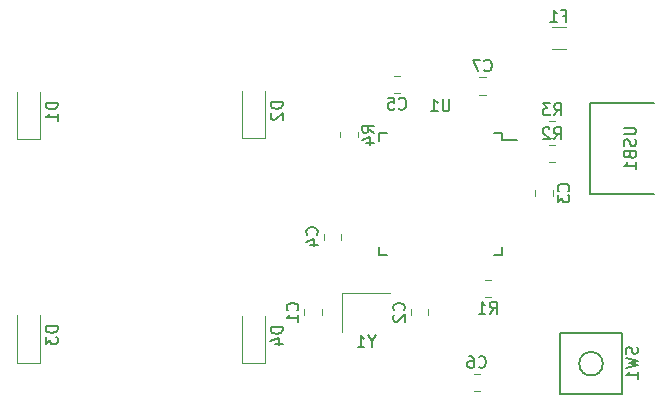
<source format=gbr>
%TF.GenerationSoftware,KiCad,Pcbnew,7.0.8*%
%TF.CreationDate,2023-10-09T20:52:53+02:00*%
%TF.ProjectId,keyboard,6b657962-6f61-4726-942e-6b696361645f,rev?*%
%TF.SameCoordinates,Original*%
%TF.FileFunction,Legend,Bot*%
%TF.FilePolarity,Positive*%
%FSLAX46Y46*%
G04 Gerber Fmt 4.6, Leading zero omitted, Abs format (unit mm)*
G04 Created by KiCad (PCBNEW 7.0.8) date 2023-10-09 20:52:53*
%MOMM*%
%LPD*%
G01*
G04 APERTURE LIST*
%ADD10C,0.150000*%
%ADD11C,0.120000*%
G04 APERTURE END LIST*
D10*
X149698440Y-84623878D02*
X149698440Y-85100069D01*
X150031773Y-84100069D02*
X149698440Y-84623878D01*
X149698440Y-84623878D02*
X149365107Y-84100069D01*
X148507964Y-85100069D02*
X149079392Y-85100069D01*
X148793678Y-85100069D02*
X148793678Y-84100069D01*
X148793678Y-84100069D02*
X148888916Y-84242926D01*
X148888916Y-84242926D02*
X148984154Y-84338164D01*
X148984154Y-84338164D02*
X149079392Y-84385783D01*
X143413830Y-82001583D02*
X143461450Y-81953964D01*
X143461450Y-81953964D02*
X143509069Y-81811107D01*
X143509069Y-81811107D02*
X143509069Y-81715869D01*
X143509069Y-81715869D02*
X143461450Y-81573012D01*
X143461450Y-81573012D02*
X143366211Y-81477774D01*
X143366211Y-81477774D02*
X143270973Y-81430155D01*
X143270973Y-81430155D02*
X143080497Y-81382536D01*
X143080497Y-81382536D02*
X142937640Y-81382536D01*
X142937640Y-81382536D02*
X142747164Y-81430155D01*
X142747164Y-81430155D02*
X142651926Y-81477774D01*
X142651926Y-81477774D02*
X142556688Y-81573012D01*
X142556688Y-81573012D02*
X142509069Y-81715869D01*
X142509069Y-81715869D02*
X142509069Y-81811107D01*
X142509069Y-81811107D02*
X142556688Y-81953964D01*
X142556688Y-81953964D02*
X142604307Y-82001583D01*
X143509069Y-82953964D02*
X143509069Y-82382536D01*
X143509069Y-82668250D02*
X142509069Y-82668250D01*
X142509069Y-82668250D02*
X142651926Y-82573012D01*
X142651926Y-82573012D02*
X142747164Y-82477774D01*
X142747164Y-82477774D02*
X142794783Y-82382536D01*
X165147916Y-65479819D02*
X165481249Y-65003628D01*
X165719344Y-65479819D02*
X165719344Y-64479819D01*
X165719344Y-64479819D02*
X165338392Y-64479819D01*
X165338392Y-64479819D02*
X165243154Y-64527438D01*
X165243154Y-64527438D02*
X165195535Y-64575057D01*
X165195535Y-64575057D02*
X165147916Y-64670295D01*
X165147916Y-64670295D02*
X165147916Y-64813152D01*
X165147916Y-64813152D02*
X165195535Y-64908390D01*
X165195535Y-64908390D02*
X165243154Y-64956009D01*
X165243154Y-64956009D02*
X165338392Y-65003628D01*
X165338392Y-65003628D02*
X165719344Y-65003628D01*
X164814582Y-64479819D02*
X164195535Y-64479819D01*
X164195535Y-64479819D02*
X164528868Y-64860771D01*
X164528868Y-64860771D02*
X164386011Y-64860771D01*
X164386011Y-64860771D02*
X164290773Y-64908390D01*
X164290773Y-64908390D02*
X164243154Y-64956009D01*
X164243154Y-64956009D02*
X164195535Y-65051247D01*
X164195535Y-65051247D02*
X164195535Y-65289342D01*
X164195535Y-65289342D02*
X164243154Y-65384580D01*
X164243154Y-65384580D02*
X164290773Y-65432200D01*
X164290773Y-65432200D02*
X164386011Y-65479819D01*
X164386011Y-65479819D02*
X164671725Y-65479819D01*
X164671725Y-65479819D02*
X164766963Y-65432200D01*
X164766963Y-65432200D02*
X164814582Y-65384580D01*
X142154819Y-64349405D02*
X141154819Y-64349405D01*
X141154819Y-64349405D02*
X141154819Y-64587500D01*
X141154819Y-64587500D02*
X141202438Y-64730357D01*
X141202438Y-64730357D02*
X141297676Y-64825595D01*
X141297676Y-64825595D02*
X141392914Y-64873214D01*
X141392914Y-64873214D02*
X141583390Y-64920833D01*
X141583390Y-64920833D02*
X141726247Y-64920833D01*
X141726247Y-64920833D02*
X141916723Y-64873214D01*
X141916723Y-64873214D02*
X142011961Y-64825595D01*
X142011961Y-64825595D02*
X142107200Y-64730357D01*
X142107200Y-64730357D02*
X142154819Y-64587500D01*
X142154819Y-64587500D02*
X142154819Y-64349405D01*
X141250057Y-65301786D02*
X141202438Y-65349405D01*
X141202438Y-65349405D02*
X141154819Y-65444643D01*
X141154819Y-65444643D02*
X141154819Y-65682738D01*
X141154819Y-65682738D02*
X141202438Y-65777976D01*
X141202438Y-65777976D02*
X141250057Y-65825595D01*
X141250057Y-65825595D02*
X141345295Y-65873214D01*
X141345295Y-65873214D02*
X141440533Y-65873214D01*
X141440533Y-65873214D02*
X141583390Y-65825595D01*
X141583390Y-65825595D02*
X142154819Y-65254167D01*
X142154819Y-65254167D02*
X142154819Y-65873214D01*
X171060819Y-66524405D02*
X171870342Y-66524405D01*
X171870342Y-66524405D02*
X171965580Y-66572024D01*
X171965580Y-66572024D02*
X172013200Y-66619643D01*
X172013200Y-66619643D02*
X172060819Y-66714881D01*
X172060819Y-66714881D02*
X172060819Y-66905357D01*
X172060819Y-66905357D02*
X172013200Y-67000595D01*
X172013200Y-67000595D02*
X171965580Y-67048214D01*
X171965580Y-67048214D02*
X171870342Y-67095833D01*
X171870342Y-67095833D02*
X171060819Y-67095833D01*
X172013200Y-67524405D02*
X172060819Y-67667262D01*
X172060819Y-67667262D02*
X172060819Y-67905357D01*
X172060819Y-67905357D02*
X172013200Y-68000595D01*
X172013200Y-68000595D02*
X171965580Y-68048214D01*
X171965580Y-68048214D02*
X171870342Y-68095833D01*
X171870342Y-68095833D02*
X171775104Y-68095833D01*
X171775104Y-68095833D02*
X171679866Y-68048214D01*
X171679866Y-68048214D02*
X171632247Y-68000595D01*
X171632247Y-68000595D02*
X171584628Y-67905357D01*
X171584628Y-67905357D02*
X171537009Y-67714881D01*
X171537009Y-67714881D02*
X171489390Y-67619643D01*
X171489390Y-67619643D02*
X171441771Y-67572024D01*
X171441771Y-67572024D02*
X171346533Y-67524405D01*
X171346533Y-67524405D02*
X171251295Y-67524405D01*
X171251295Y-67524405D02*
X171156057Y-67572024D01*
X171156057Y-67572024D02*
X171108438Y-67619643D01*
X171108438Y-67619643D02*
X171060819Y-67714881D01*
X171060819Y-67714881D02*
X171060819Y-67952976D01*
X171060819Y-67952976D02*
X171108438Y-68095833D01*
X171537009Y-68857738D02*
X171584628Y-69000595D01*
X171584628Y-69000595D02*
X171632247Y-69048214D01*
X171632247Y-69048214D02*
X171727485Y-69095833D01*
X171727485Y-69095833D02*
X171870342Y-69095833D01*
X171870342Y-69095833D02*
X171965580Y-69048214D01*
X171965580Y-69048214D02*
X172013200Y-69000595D01*
X172013200Y-69000595D02*
X172060819Y-68905357D01*
X172060819Y-68905357D02*
X172060819Y-68524405D01*
X172060819Y-68524405D02*
X171060819Y-68524405D01*
X171060819Y-68524405D02*
X171060819Y-68857738D01*
X171060819Y-68857738D02*
X171108438Y-68952976D01*
X171108438Y-68952976D02*
X171156057Y-69000595D01*
X171156057Y-69000595D02*
X171251295Y-69048214D01*
X171251295Y-69048214D02*
X171346533Y-69048214D01*
X171346533Y-69048214D02*
X171441771Y-69000595D01*
X171441771Y-69000595D02*
X171489390Y-68952976D01*
X171489390Y-68952976D02*
X171537009Y-68857738D01*
X171537009Y-68857738D02*
X171537009Y-68524405D01*
X172060819Y-70048214D02*
X172060819Y-69476786D01*
X172060819Y-69762500D02*
X171060819Y-69762500D01*
X171060819Y-69762500D02*
X171203676Y-69667262D01*
X171203676Y-69667262D02*
X171298914Y-69572024D01*
X171298914Y-69572024D02*
X171346533Y-69476786D01*
X123104819Y-83336905D02*
X122104819Y-83336905D01*
X122104819Y-83336905D02*
X122104819Y-83575000D01*
X122104819Y-83575000D02*
X122152438Y-83717857D01*
X122152438Y-83717857D02*
X122247676Y-83813095D01*
X122247676Y-83813095D02*
X122342914Y-83860714D01*
X122342914Y-83860714D02*
X122533390Y-83908333D01*
X122533390Y-83908333D02*
X122676247Y-83908333D01*
X122676247Y-83908333D02*
X122866723Y-83860714D01*
X122866723Y-83860714D02*
X122961961Y-83813095D01*
X122961961Y-83813095D02*
X123057200Y-83717857D01*
X123057200Y-83717857D02*
X123104819Y-83575000D01*
X123104819Y-83575000D02*
X123104819Y-83336905D01*
X122104819Y-84241667D02*
X122104819Y-84860714D01*
X122104819Y-84860714D02*
X122485771Y-84527381D01*
X122485771Y-84527381D02*
X122485771Y-84670238D01*
X122485771Y-84670238D02*
X122533390Y-84765476D01*
X122533390Y-84765476D02*
X122581009Y-84813095D01*
X122581009Y-84813095D02*
X122676247Y-84860714D01*
X122676247Y-84860714D02*
X122914342Y-84860714D01*
X122914342Y-84860714D02*
X123009580Y-84813095D01*
X123009580Y-84813095D02*
X123057200Y-84765476D01*
X123057200Y-84765476D02*
X123104819Y-84670238D01*
X123104819Y-84670238D02*
X123104819Y-84384524D01*
X123104819Y-84384524D02*
X123057200Y-84289286D01*
X123057200Y-84289286D02*
X123009580Y-84241667D01*
X152430830Y-82001583D02*
X152478450Y-81953964D01*
X152478450Y-81953964D02*
X152526069Y-81811107D01*
X152526069Y-81811107D02*
X152526069Y-81715869D01*
X152526069Y-81715869D02*
X152478450Y-81573012D01*
X152478450Y-81573012D02*
X152383211Y-81477774D01*
X152383211Y-81477774D02*
X152287973Y-81430155D01*
X152287973Y-81430155D02*
X152097497Y-81382536D01*
X152097497Y-81382536D02*
X151954640Y-81382536D01*
X151954640Y-81382536D02*
X151764164Y-81430155D01*
X151764164Y-81430155D02*
X151668926Y-81477774D01*
X151668926Y-81477774D02*
X151573688Y-81573012D01*
X151573688Y-81573012D02*
X151526069Y-81715869D01*
X151526069Y-81715869D02*
X151526069Y-81811107D01*
X151526069Y-81811107D02*
X151573688Y-81953964D01*
X151573688Y-81953964D02*
X151621307Y-82001583D01*
X151621307Y-82382536D02*
X151573688Y-82430155D01*
X151573688Y-82430155D02*
X151526069Y-82525393D01*
X151526069Y-82525393D02*
X151526069Y-82763488D01*
X151526069Y-82763488D02*
X151573688Y-82858726D01*
X151573688Y-82858726D02*
X151621307Y-82906345D01*
X151621307Y-82906345D02*
X151716545Y-82953964D01*
X151716545Y-82953964D02*
X151811783Y-82953964D01*
X151811783Y-82953964D02*
X151954640Y-82906345D01*
X151954640Y-82906345D02*
X152526069Y-82334917D01*
X152526069Y-82334917D02*
X152526069Y-82953964D01*
X165124416Y-67511819D02*
X165457749Y-67035628D01*
X165695844Y-67511819D02*
X165695844Y-66511819D01*
X165695844Y-66511819D02*
X165314892Y-66511819D01*
X165314892Y-66511819D02*
X165219654Y-66559438D01*
X165219654Y-66559438D02*
X165172035Y-66607057D01*
X165172035Y-66607057D02*
X165124416Y-66702295D01*
X165124416Y-66702295D02*
X165124416Y-66845152D01*
X165124416Y-66845152D02*
X165172035Y-66940390D01*
X165172035Y-66940390D02*
X165219654Y-66988009D01*
X165219654Y-66988009D02*
X165314892Y-67035628D01*
X165314892Y-67035628D02*
X165695844Y-67035628D01*
X164743463Y-66607057D02*
X164695844Y-66559438D01*
X164695844Y-66559438D02*
X164600606Y-66511819D01*
X164600606Y-66511819D02*
X164362511Y-66511819D01*
X164362511Y-66511819D02*
X164267273Y-66559438D01*
X164267273Y-66559438D02*
X164219654Y-66607057D01*
X164219654Y-66607057D02*
X164172035Y-66702295D01*
X164172035Y-66702295D02*
X164172035Y-66797533D01*
X164172035Y-66797533D02*
X164219654Y-66940390D01*
X164219654Y-66940390D02*
X164791082Y-67511819D01*
X164791082Y-67511819D02*
X164172035Y-67511819D01*
X152012916Y-64903830D02*
X152060535Y-64951450D01*
X152060535Y-64951450D02*
X152203392Y-64999069D01*
X152203392Y-64999069D02*
X152298630Y-64999069D01*
X152298630Y-64999069D02*
X152441487Y-64951450D01*
X152441487Y-64951450D02*
X152536725Y-64856211D01*
X152536725Y-64856211D02*
X152584344Y-64760973D01*
X152584344Y-64760973D02*
X152631963Y-64570497D01*
X152631963Y-64570497D02*
X152631963Y-64427640D01*
X152631963Y-64427640D02*
X152584344Y-64237164D01*
X152584344Y-64237164D02*
X152536725Y-64141926D01*
X152536725Y-64141926D02*
X152441487Y-64046688D01*
X152441487Y-64046688D02*
X152298630Y-63999069D01*
X152298630Y-63999069D02*
X152203392Y-63999069D01*
X152203392Y-63999069D02*
X152060535Y-64046688D01*
X152060535Y-64046688D02*
X152012916Y-64094307D01*
X151108154Y-63999069D02*
X151584344Y-63999069D01*
X151584344Y-63999069D02*
X151631963Y-64475259D01*
X151631963Y-64475259D02*
X151584344Y-64427640D01*
X151584344Y-64427640D02*
X151489106Y-64380021D01*
X151489106Y-64380021D02*
X151251011Y-64380021D01*
X151251011Y-64380021D02*
X151155773Y-64427640D01*
X151155773Y-64427640D02*
X151108154Y-64475259D01*
X151108154Y-64475259D02*
X151060535Y-64570497D01*
X151060535Y-64570497D02*
X151060535Y-64808592D01*
X151060535Y-64808592D02*
X151108154Y-64903830D01*
X151108154Y-64903830D02*
X151155773Y-64951450D01*
X151155773Y-64951450D02*
X151251011Y-64999069D01*
X151251011Y-64999069D02*
X151489106Y-64999069D01*
X151489106Y-64999069D02*
X151584344Y-64951450D01*
X151584344Y-64951450D02*
X151631963Y-64903830D01*
X158760416Y-86785830D02*
X158808035Y-86833450D01*
X158808035Y-86833450D02*
X158950892Y-86881069D01*
X158950892Y-86881069D02*
X159046130Y-86881069D01*
X159046130Y-86881069D02*
X159188987Y-86833450D01*
X159188987Y-86833450D02*
X159284225Y-86738211D01*
X159284225Y-86738211D02*
X159331844Y-86642973D01*
X159331844Y-86642973D02*
X159379463Y-86452497D01*
X159379463Y-86452497D02*
X159379463Y-86309640D01*
X159379463Y-86309640D02*
X159331844Y-86119164D01*
X159331844Y-86119164D02*
X159284225Y-86023926D01*
X159284225Y-86023926D02*
X159188987Y-85928688D01*
X159188987Y-85928688D02*
X159046130Y-85881069D01*
X159046130Y-85881069D02*
X158950892Y-85881069D01*
X158950892Y-85881069D02*
X158808035Y-85928688D01*
X158808035Y-85928688D02*
X158760416Y-85976307D01*
X157903273Y-85881069D02*
X158093749Y-85881069D01*
X158093749Y-85881069D02*
X158188987Y-85928688D01*
X158188987Y-85928688D02*
X158236606Y-85976307D01*
X158236606Y-85976307D02*
X158331844Y-86119164D01*
X158331844Y-86119164D02*
X158379463Y-86309640D01*
X158379463Y-86309640D02*
X158379463Y-86690592D01*
X158379463Y-86690592D02*
X158331844Y-86785830D01*
X158331844Y-86785830D02*
X158284225Y-86833450D01*
X158284225Y-86833450D02*
X158188987Y-86881069D01*
X158188987Y-86881069D02*
X157998511Y-86881069D01*
X157998511Y-86881069D02*
X157903273Y-86833450D01*
X157903273Y-86833450D02*
X157855654Y-86785830D01*
X157855654Y-86785830D02*
X157808035Y-86690592D01*
X157808035Y-86690592D02*
X157808035Y-86452497D01*
X157808035Y-86452497D02*
X157855654Y-86357259D01*
X157855654Y-86357259D02*
X157903273Y-86309640D01*
X157903273Y-86309640D02*
X157998511Y-86262021D01*
X157998511Y-86262021D02*
X158188987Y-86262021D01*
X158188987Y-86262021D02*
X158284225Y-86309640D01*
X158284225Y-86309640D02*
X158331844Y-86357259D01*
X158331844Y-86357259D02*
X158379463Y-86452497D01*
X172183200Y-85110417D02*
X172230819Y-85253274D01*
X172230819Y-85253274D02*
X172230819Y-85491369D01*
X172230819Y-85491369D02*
X172183200Y-85586607D01*
X172183200Y-85586607D02*
X172135580Y-85634226D01*
X172135580Y-85634226D02*
X172040342Y-85681845D01*
X172040342Y-85681845D02*
X171945104Y-85681845D01*
X171945104Y-85681845D02*
X171849866Y-85634226D01*
X171849866Y-85634226D02*
X171802247Y-85586607D01*
X171802247Y-85586607D02*
X171754628Y-85491369D01*
X171754628Y-85491369D02*
X171707009Y-85300893D01*
X171707009Y-85300893D02*
X171659390Y-85205655D01*
X171659390Y-85205655D02*
X171611771Y-85158036D01*
X171611771Y-85158036D02*
X171516533Y-85110417D01*
X171516533Y-85110417D02*
X171421295Y-85110417D01*
X171421295Y-85110417D02*
X171326057Y-85158036D01*
X171326057Y-85158036D02*
X171278438Y-85205655D01*
X171278438Y-85205655D02*
X171230819Y-85300893D01*
X171230819Y-85300893D02*
X171230819Y-85538988D01*
X171230819Y-85538988D02*
X171278438Y-85681845D01*
X171230819Y-86015179D02*
X172230819Y-86253274D01*
X172230819Y-86253274D02*
X171516533Y-86443750D01*
X171516533Y-86443750D02*
X172230819Y-86634226D01*
X172230819Y-86634226D02*
X171230819Y-86872322D01*
X172230819Y-87777083D02*
X172230819Y-87205655D01*
X172230819Y-87491369D02*
X171230819Y-87491369D01*
X171230819Y-87491369D02*
X171373676Y-87396131D01*
X171373676Y-87396131D02*
X171468914Y-87300893D01*
X171468914Y-87300893D02*
X171516533Y-87205655D01*
X159251916Y-61670830D02*
X159299535Y-61718450D01*
X159299535Y-61718450D02*
X159442392Y-61766069D01*
X159442392Y-61766069D02*
X159537630Y-61766069D01*
X159537630Y-61766069D02*
X159680487Y-61718450D01*
X159680487Y-61718450D02*
X159775725Y-61623211D01*
X159775725Y-61623211D02*
X159823344Y-61527973D01*
X159823344Y-61527973D02*
X159870963Y-61337497D01*
X159870963Y-61337497D02*
X159870963Y-61194640D01*
X159870963Y-61194640D02*
X159823344Y-61004164D01*
X159823344Y-61004164D02*
X159775725Y-60908926D01*
X159775725Y-60908926D02*
X159680487Y-60813688D01*
X159680487Y-60813688D02*
X159537630Y-60766069D01*
X159537630Y-60766069D02*
X159442392Y-60766069D01*
X159442392Y-60766069D02*
X159299535Y-60813688D01*
X159299535Y-60813688D02*
X159251916Y-60861307D01*
X158918582Y-60766069D02*
X158251916Y-60766069D01*
X158251916Y-60766069D02*
X158680487Y-61766069D01*
X165866333Y-57046259D02*
X166199666Y-57046259D01*
X166199666Y-57570069D02*
X166199666Y-56570069D01*
X166199666Y-56570069D02*
X165723476Y-56570069D01*
X164818714Y-57570069D02*
X165390142Y-57570069D01*
X165104428Y-57570069D02*
X165104428Y-56570069D01*
X165104428Y-56570069D02*
X165199666Y-56712926D01*
X165199666Y-56712926D02*
X165294904Y-56808164D01*
X165294904Y-56808164D02*
X165390142Y-56855783D01*
X123104819Y-64411905D02*
X122104819Y-64411905D01*
X122104819Y-64411905D02*
X122104819Y-64650000D01*
X122104819Y-64650000D02*
X122152438Y-64792857D01*
X122152438Y-64792857D02*
X122247676Y-64888095D01*
X122247676Y-64888095D02*
X122342914Y-64935714D01*
X122342914Y-64935714D02*
X122533390Y-64983333D01*
X122533390Y-64983333D02*
X122676247Y-64983333D01*
X122676247Y-64983333D02*
X122866723Y-64935714D01*
X122866723Y-64935714D02*
X122961961Y-64888095D01*
X122961961Y-64888095D02*
X123057200Y-64792857D01*
X123057200Y-64792857D02*
X123104819Y-64650000D01*
X123104819Y-64650000D02*
X123104819Y-64411905D01*
X123104819Y-65935714D02*
X123104819Y-65364286D01*
X123104819Y-65650000D02*
X122104819Y-65650000D01*
X122104819Y-65650000D02*
X122247676Y-65554762D01*
X122247676Y-65554762D02*
X122342914Y-65459524D01*
X122342914Y-65459524D02*
X122390533Y-65364286D01*
X145064830Y-75590583D02*
X145112450Y-75542964D01*
X145112450Y-75542964D02*
X145160069Y-75400107D01*
X145160069Y-75400107D02*
X145160069Y-75304869D01*
X145160069Y-75304869D02*
X145112450Y-75162012D01*
X145112450Y-75162012D02*
X145017211Y-75066774D01*
X145017211Y-75066774D02*
X144921973Y-75019155D01*
X144921973Y-75019155D02*
X144731497Y-74971536D01*
X144731497Y-74971536D02*
X144588640Y-74971536D01*
X144588640Y-74971536D02*
X144398164Y-75019155D01*
X144398164Y-75019155D02*
X144302926Y-75066774D01*
X144302926Y-75066774D02*
X144207688Y-75162012D01*
X144207688Y-75162012D02*
X144160069Y-75304869D01*
X144160069Y-75304869D02*
X144160069Y-75400107D01*
X144160069Y-75400107D02*
X144207688Y-75542964D01*
X144207688Y-75542964D02*
X144255307Y-75590583D01*
X144493402Y-76447726D02*
X145160069Y-76447726D01*
X144112450Y-76209631D02*
X144826735Y-75971536D01*
X144826735Y-75971536D02*
X144826735Y-76590583D01*
X156291154Y-64140069D02*
X156291154Y-64949592D01*
X156291154Y-64949592D02*
X156243535Y-65044830D01*
X156243535Y-65044830D02*
X156195916Y-65092450D01*
X156195916Y-65092450D02*
X156100678Y-65140069D01*
X156100678Y-65140069D02*
X155910202Y-65140069D01*
X155910202Y-65140069D02*
X155814964Y-65092450D01*
X155814964Y-65092450D02*
X155767345Y-65044830D01*
X155767345Y-65044830D02*
X155719726Y-64949592D01*
X155719726Y-64949592D02*
X155719726Y-64140069D01*
X154719726Y-65140069D02*
X155291154Y-65140069D01*
X155005440Y-65140069D02*
X155005440Y-64140069D01*
X155005440Y-64140069D02*
X155100678Y-64282926D01*
X155100678Y-64282926D02*
X155195916Y-64378164D01*
X155195916Y-64378164D02*
X155291154Y-64425783D01*
X159710416Y-82273569D02*
X160043749Y-81797378D01*
X160281844Y-82273569D02*
X160281844Y-81273569D01*
X160281844Y-81273569D02*
X159900892Y-81273569D01*
X159900892Y-81273569D02*
X159805654Y-81321188D01*
X159805654Y-81321188D02*
X159758035Y-81368807D01*
X159758035Y-81368807D02*
X159710416Y-81464045D01*
X159710416Y-81464045D02*
X159710416Y-81606902D01*
X159710416Y-81606902D02*
X159758035Y-81702140D01*
X159758035Y-81702140D02*
X159805654Y-81749759D01*
X159805654Y-81749759D02*
X159900892Y-81797378D01*
X159900892Y-81797378D02*
X160281844Y-81797378D01*
X158758035Y-82273569D02*
X159329463Y-82273569D01*
X159043749Y-82273569D02*
X159043749Y-81273569D01*
X159043749Y-81273569D02*
X159138987Y-81416426D01*
X159138987Y-81416426D02*
X159234225Y-81511664D01*
X159234225Y-81511664D02*
X159329463Y-81559283D01*
X142154819Y-83399405D02*
X141154819Y-83399405D01*
X141154819Y-83399405D02*
X141154819Y-83637500D01*
X141154819Y-83637500D02*
X141202438Y-83780357D01*
X141202438Y-83780357D02*
X141297676Y-83875595D01*
X141297676Y-83875595D02*
X141392914Y-83923214D01*
X141392914Y-83923214D02*
X141583390Y-83970833D01*
X141583390Y-83970833D02*
X141726247Y-83970833D01*
X141726247Y-83970833D02*
X141916723Y-83923214D01*
X141916723Y-83923214D02*
X142011961Y-83875595D01*
X142011961Y-83875595D02*
X142107200Y-83780357D01*
X142107200Y-83780357D02*
X142154819Y-83637500D01*
X142154819Y-83637500D02*
X142154819Y-83399405D01*
X141488152Y-84827976D02*
X142154819Y-84827976D01*
X141107200Y-84589881D02*
X141821485Y-84351786D01*
X141821485Y-84351786D02*
X141821485Y-84970833D01*
X149901069Y-66961083D02*
X149424878Y-66627750D01*
X149901069Y-66389655D02*
X148901069Y-66389655D01*
X148901069Y-66389655D02*
X148901069Y-66770607D01*
X148901069Y-66770607D02*
X148948688Y-66865845D01*
X148948688Y-66865845D02*
X148996307Y-66913464D01*
X148996307Y-66913464D02*
X149091545Y-66961083D01*
X149091545Y-66961083D02*
X149234402Y-66961083D01*
X149234402Y-66961083D02*
X149329640Y-66913464D01*
X149329640Y-66913464D02*
X149377259Y-66865845D01*
X149377259Y-66865845D02*
X149424878Y-66770607D01*
X149424878Y-66770607D02*
X149424878Y-66389655D01*
X149234402Y-67818226D02*
X149901069Y-67818226D01*
X148853450Y-67580131D02*
X149567735Y-67342036D01*
X149567735Y-67342036D02*
X149567735Y-67961083D01*
X166345830Y-71908333D02*
X166393450Y-71860714D01*
X166393450Y-71860714D02*
X166441069Y-71717857D01*
X166441069Y-71717857D02*
X166441069Y-71622619D01*
X166441069Y-71622619D02*
X166393450Y-71479762D01*
X166393450Y-71479762D02*
X166298211Y-71384524D01*
X166298211Y-71384524D02*
X166202973Y-71336905D01*
X166202973Y-71336905D02*
X166012497Y-71289286D01*
X166012497Y-71289286D02*
X165869640Y-71289286D01*
X165869640Y-71289286D02*
X165679164Y-71336905D01*
X165679164Y-71336905D02*
X165583926Y-71384524D01*
X165583926Y-71384524D02*
X165488688Y-71479762D01*
X165488688Y-71479762D02*
X165441069Y-71622619D01*
X165441069Y-71622619D02*
X165441069Y-71717857D01*
X165441069Y-71717857D02*
X165488688Y-71860714D01*
X165488688Y-71860714D02*
X165536307Y-71908333D01*
X165441069Y-72241667D02*
X165441069Y-72860714D01*
X165441069Y-72860714D02*
X165822021Y-72527381D01*
X165822021Y-72527381D02*
X165822021Y-72670238D01*
X165822021Y-72670238D02*
X165869640Y-72765476D01*
X165869640Y-72765476D02*
X165917259Y-72813095D01*
X165917259Y-72813095D02*
X166012497Y-72860714D01*
X166012497Y-72860714D02*
X166250592Y-72860714D01*
X166250592Y-72860714D02*
X166345830Y-72813095D01*
X166345830Y-72813095D02*
X166393450Y-72765476D01*
X166393450Y-72765476D02*
X166441069Y-72670238D01*
X166441069Y-72670238D02*
X166441069Y-72384524D01*
X166441069Y-72384524D02*
X166393450Y-72289286D01*
X166393450Y-72289286D02*
X166345830Y-72241667D01*
D11*
%TO.C,Y1*%
X147222250Y-80545250D02*
X151222250Y-80545250D01*
X147222250Y-83845250D02*
X147222250Y-80545250D01*
%TO.C,C1*%
X145469250Y-81906998D02*
X145469250Y-82429502D01*
X143999250Y-81906998D02*
X143999250Y-82429502D01*
%TO.C,R3*%
X165208314Y-67410000D02*
X164754186Y-67410000D01*
X165208314Y-65940000D02*
X164754186Y-65940000D01*
%TO.C,D2*%
X138700000Y-67447500D02*
X138700000Y-63437500D01*
X140700000Y-67447500D02*
X138700000Y-67447500D01*
X140700000Y-67447500D02*
X140700000Y-63437500D01*
D10*
%TO.C,USB1*%
X173638000Y-72112500D02*
X168188000Y-72112500D01*
X173638000Y-64412500D02*
X168188000Y-64412500D01*
X168188000Y-64412500D02*
X168188000Y-72112500D01*
D11*
%TO.C,D3*%
X119650000Y-86435000D02*
X119650000Y-82425000D01*
X121650000Y-86435000D02*
X119650000Y-86435000D01*
X121650000Y-86435000D02*
X121650000Y-82425000D01*
%TO.C,C2*%
X154486250Y-81906998D02*
X154486250Y-82429502D01*
X153016250Y-81906998D02*
X153016250Y-82429502D01*
%TO.C,R2*%
X165184814Y-69442000D02*
X164730686Y-69442000D01*
X165184814Y-67972000D02*
X164730686Y-67972000D01*
%TO.C,C5*%
X151584998Y-62129250D02*
X152107502Y-62129250D01*
X151584998Y-63599250D02*
X152107502Y-63599250D01*
%TO.C,C6*%
X158855002Y-88841250D02*
X158332498Y-88841250D01*
X158855002Y-87371250D02*
X158332498Y-87371250D01*
D10*
%TO.C,SW1*%
X170875000Y-83918750D02*
X165675000Y-83918750D01*
X165675000Y-83918750D02*
X165675000Y-89118750D01*
X170875000Y-89118750D02*
X170875000Y-83918750D01*
X165675000Y-89118750D02*
X170875000Y-89118750D01*
X169275000Y-86518750D02*
G75*
G03*
X169275000Y-86518750I-1000000J0D01*
G01*
D11*
%TO.C,C7*%
X159346502Y-63726250D02*
X158823998Y-63726250D01*
X159346502Y-62256250D02*
X158823998Y-62256250D01*
%TO.C,F1*%
X166135064Y-59845250D02*
X164930936Y-59845250D01*
X166135064Y-58025250D02*
X164930936Y-58025250D01*
%TO.C,D1*%
X119650000Y-67510000D02*
X119650000Y-63500000D01*
X121650000Y-67510000D02*
X119650000Y-67510000D01*
X121650000Y-67510000D02*
X121650000Y-63500000D01*
%TO.C,C4*%
X147120250Y-75495998D02*
X147120250Y-76018502D01*
X145650250Y-75495998D02*
X145650250Y-76018502D01*
D10*
%TO.C,U1*%
X160704250Y-77310250D02*
X160704250Y-76635250D01*
X160704250Y-77310250D02*
X160029250Y-77310250D01*
X160704250Y-67535250D02*
X161979250Y-67535250D01*
X160704250Y-66960250D02*
X160704250Y-67535250D01*
X160704250Y-66960250D02*
X160029250Y-66960250D01*
X150354250Y-77310250D02*
X151029250Y-77310250D01*
X150354250Y-77310250D02*
X150354250Y-76635250D01*
X150354250Y-66960250D02*
X151029250Y-66960250D01*
X150354250Y-66960250D02*
X150354250Y-67635250D01*
D11*
%TO.C,R1*%
X159316686Y-79433750D02*
X159770814Y-79433750D01*
X159316686Y-80903750D02*
X159770814Y-80903750D01*
%TO.C,D4*%
X138700000Y-86497500D02*
X138700000Y-82487500D01*
X140700000Y-86497500D02*
X138700000Y-86497500D01*
X140700000Y-86497500D02*
X140700000Y-82487500D01*
%TO.C,R4*%
X147061250Y-67354814D02*
X147061250Y-66900686D01*
X148531250Y-67354814D02*
X148531250Y-66900686D01*
%TO.C,C3*%
X163571250Y-72336252D02*
X163571250Y-71813748D01*
X165041250Y-72336252D02*
X165041250Y-71813748D01*
%TD*%
M02*

</source>
